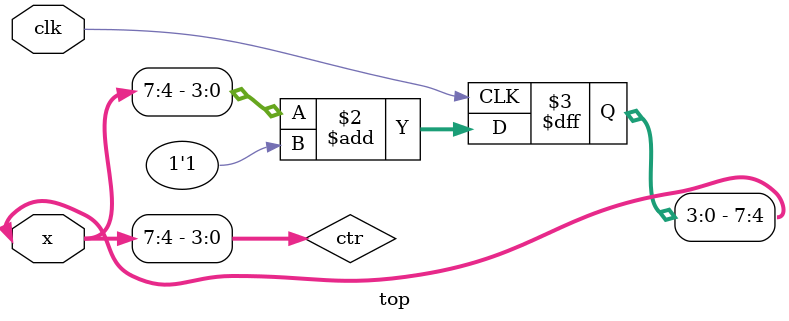
<source format=v>
module top(input clk, inout [7:0] x);

reg [3:0] ctr;
always @(posedge clk) ctr <= ctr + 1'b1;

assign x[7:4] = ctr;
endmodule

</source>
